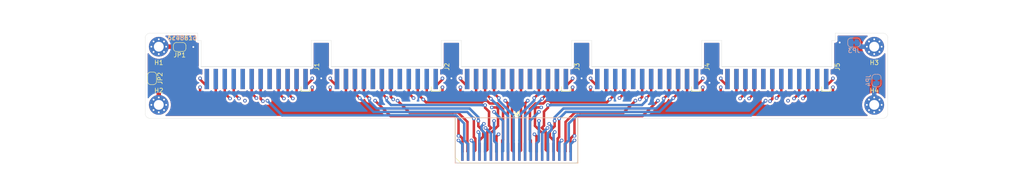
<source format=kicad_pcb>
(kicad_pcb (version 20171130) (host pcbnew 5.1.5)
  (layers (0 F.Cu signal) (1 In1.Cu signal) (2 In2.Cu signal) (31 B.Cu signal) (34 B.Paste user) (35 F.Paste user) (36 B.SilkS user) (37 F.SilkS user) (38 B.Mask user) (39 F.Mask user) (44 Edge.Cuts user))
  (net 0 "")
  (net 1 /A10)
  (net 2 /A9)
  (net 3 /A7)
  (net 4 /A6)
  (net 5 /A4)
  (net 6 /A3)
  (net 7 /A2)
  (net 8 /A1)
  (net 9 /B1)
  (net 10 /B2)
  (net 11 /B3)
  (net 12 /B4)
  (net 13 /B6)
  (net 14 /B7)
  (net 15 /B9)
  (net 16 /B10)
  (net 17 /C10)
  (net 18 /C9)
  (net 19 /C7)
  (net 20 /C6)
  (net 21 /C4)
  (net 22 /C3)
  (net 23 /C2)
  (net 24 /C1)
  (net 25 "Net-(H1-Pad1)")
  (net 26 "Net-(H2-Pad1)")
  (net 27 "Net-(H3-Pad1)")
  (net 28 "Net-(H4-Pad1)")
  (net 29 GND)
  (net 30 /E1)
  (net 31 /E2)
  (net 32 /E3)
  (net 33 /E4)
  (net 34 /E6)
  (net 35 /E7)
  (net 36 /E9)
  (net 37 /E10)
  (net 38 /D1)
  (net 39 /D2)
  (net 40 /D3)
  (net 41 /D4)
  (net 42 /D6)
  (net 43 /D7)
  (net 44 /D9)
  (net 45 /D10)
  (module custom:PinSocket_2x12_P2.00mm_Vertical_EDGE (layer F.Cu) (at -29 -21.53)
    (fp_text reference J2 (at 13.5 0 270) (layer F.SilkS))
    (fp_text value Conn_02x12_Counter_Clockwise hide)
    (fp_line (start 12.27 0) (end -12.27 0) (layer Edge.Cuts) (width 0.12))
    (pad 1 smd rect (at 11 2.75 270) (size 4.5 1) (layers F.Cu F.Paste F.Mask) (net 38 /D1))
    (pad 2 smd rect (at 11 2.75 90) (size 4.5 1) (layers B.Cu B.Paste B.Mask))
    (pad 3 smd rect (at 9 2.75 270) (size 4.5 1) (layers F.Cu F.Paste F.Mask) (net 39 /D2))
    (pad 4 smd rect (at 9 2.75 90) (size 4.5 1) (layers B.Cu B.Paste B.Mask))
    (pad 5 smd rect (at 7 2.75 270) (size 4.5 1) (layers F.Cu F.Paste F.Mask) (net 40 /D3))
    (pad 6 smd rect (at 7 2.75 90) (size 4.5 1) (layers B.Cu B.Paste B.Mask))
    (pad 7 smd rect (at 5 2.75 270) (size 4.5 1) (layers F.Cu F.Paste F.Mask) (net 41 /D4))
    (pad 8 smd rect (at 5 2.75 90) (size 4.5 1) (layers B.Cu B.Paste B.Mask))
    (pad 9 smd rect (at 3 2.75 270) (size 4.5 1) (layers F.Cu F.Paste F.Mask))
    (pad 10 smd rect (at 3 2.75 90) (size 4.5 1) (layers B.Cu B.Paste B.Mask))
    (pad 11 smd rect (at 1 2.75 270) (size 4.5 1) (layers F.Cu F.Paste F.Mask) (net 42 /D6))
    (pad 12 smd rect (at 1 2.75 90) (size 4.5 1) (layers B.Cu B.Paste B.Mask))
    (pad 13 smd rect (at -1 2.75 270) (size 4.5 1) (layers F.Cu F.Paste F.Mask) (net 43 /D7))
    (pad 14 smd rect (at -1 2.75 90) (size 4.5 1) (layers B.Cu B.Paste B.Mask))
    (pad 15 smd rect (at -3 2.75 270) (size 4.5 1) (layers F.Cu F.Paste F.Mask))
    (pad 16 smd rect (at -3 2.75 90) (size 4.5 1) (layers B.Cu B.Paste B.Mask))
    (pad 17 smd rect (at -5 2.75 270) (size 4.5 1) (layers F.Cu F.Paste F.Mask) (net 44 /D9))
    (pad 18 smd rect (at -5 2.75 90) (size 4.5 1) (layers B.Cu B.Paste B.Mask))
    (pad 19 smd rect (at -7 2.75 270) (size 4.5 1) (layers F.Cu F.Paste F.Mask) (net 45 /D10))
    (pad 20 smd rect (at -7 2.75 90) (size 4.5 1) (layers B.Cu B.Paste B.Mask))
    (pad 21 smd rect (at -9 2.75 270) (size 4.5 1) (layers F.Cu F.Paste F.Mask) (net 39 /D2))
    (pad 22 smd rect (at -9 2.75 90) (size 4.5 1) (layers B.Cu B.Paste B.Mask))
    (pad 23 smd rect (at -11 2.75 270) (size 4.5 1) (layers F.Cu F.Paste F.Mask) (net 38 /D1))
    (pad 24 smd rect (at -11 2.75 90) (size 4.5 1) (layers B.Cu B.Paste B.Mask))
  )
  (module custom:PinSocket_2x12_P2.00mm_Vertical_EDGE (layer F.Cu) (at -58 -21.53)
    (fp_text reference J1 (at 13.5 0 270) (layer F.SilkS))
    (fp_text value Conn_02x12_Counter_Clockwise hide)
    (fp_line (start 12.27 0) (end -12.27 0) (layer Edge.Cuts) (width 0.12))
    (pad 1 smd rect (at 11 2.75 270) (size 4.5 1) (layers F.Cu F.Paste F.Mask) (net 30 /E1))
    (pad 2 smd rect (at 11 2.75 90) (size 4.5 1) (layers B.Cu B.Paste B.Mask))
    (pad 3 smd rect (at 9 2.75 270) (size 4.5 1) (layers F.Cu F.Paste F.Mask) (net 31 /E2))
    (pad 4 smd rect (at 9 2.75 90) (size 4.5 1) (layers B.Cu B.Paste B.Mask))
    (pad 5 smd rect (at 7 2.75 270) (size 4.5 1) (layers F.Cu F.Paste F.Mask) (net 32 /E3))
    (pad 6 smd rect (at 7 2.75 90) (size 4.5 1) (layers B.Cu B.Paste B.Mask))
    (pad 7 smd rect (at 5 2.75 270) (size 4.5 1) (layers F.Cu F.Paste F.Mask) (net 33 /E4))
    (pad 8 smd rect (at 5 2.75 90) (size 4.5 1) (layers B.Cu B.Paste B.Mask))
    (pad 9 smd rect (at 3 2.75 270) (size 4.5 1) (layers F.Cu F.Paste F.Mask))
    (pad 10 smd rect (at 3 2.75 90) (size 4.5 1) (layers B.Cu B.Paste B.Mask))
    (pad 11 smd rect (at 1 2.75 270) (size 4.5 1) (layers F.Cu F.Paste F.Mask) (net 34 /E6))
    (pad 12 smd rect (at 1 2.75 90) (size 4.5 1) (layers B.Cu B.Paste B.Mask))
    (pad 13 smd rect (at -1 2.75 270) (size 4.5 1) (layers F.Cu F.Paste F.Mask) (net 35 /E7))
    (pad 14 smd rect (at -1 2.75 90) (size 4.5 1) (layers B.Cu B.Paste B.Mask))
    (pad 15 smd rect (at -3 2.75 270) (size 4.5 1) (layers F.Cu F.Paste F.Mask))
    (pad 16 smd rect (at -3 2.75 90) (size 4.5 1) (layers B.Cu B.Paste B.Mask))
    (pad 17 smd rect (at -5 2.75 270) (size 4.5 1) (layers F.Cu F.Paste F.Mask) (net 36 /E9))
    (pad 18 smd rect (at -5 2.75 90) (size 4.5 1) (layers B.Cu B.Paste B.Mask))
    (pad 19 smd rect (at -7 2.75 270) (size 4.5 1) (layers F.Cu F.Paste F.Mask) (net 37 /E10))
    (pad 20 smd rect (at -7 2.75 90) (size 4.5 1) (layers B.Cu B.Paste B.Mask))
    (pad 21 smd rect (at -9 2.75 270) (size 4.5 1) (layers F.Cu F.Paste F.Mask) (net 31 /E2))
    (pad 22 smd rect (at -9 2.75 90) (size 4.5 1) (layers B.Cu B.Paste B.Mask))
    (pad 23 smd rect (at -11 2.75 270) (size 4.5 1) (layers F.Cu F.Paste F.Mask) (net 30 /E1))
    (pad 24 smd rect (at -11 2.75 90) (size 4.5 1) (layers B.Cu B.Paste B.Mask))
  )
  (module custom:PinSocket_2x12_P2.00mm_Vertical_EDGE (layer F.Cu) (at 0 -21.53)
    (fp_text reference J3 (at 13.5 0 270) (layer F.SilkS))
    (fp_text value Conn_02x12_Counter_Clockwise hide)
    (fp_line (start 12.27 0) (end -12.27 0) (layer Edge.Cuts) (width 0.12))
    (pad 1 smd rect (at 11 2.75 270) (size 4.5 1) (layers F.Cu F.Paste F.Mask) (net 24 /C1))
    (pad 2 smd rect (at 11 2.75 90) (size 4.5 1) (layers B.Cu B.Paste B.Mask))
    (pad 3 smd rect (at 9 2.75 270) (size 4.5 1) (layers F.Cu F.Paste F.Mask) (net 23 /C2))
    (pad 4 smd rect (at 9 2.75 90) (size 4.5 1) (layers B.Cu B.Paste B.Mask))
    (pad 5 smd rect (at 7 2.75 270) (size 4.5 1) (layers F.Cu F.Paste F.Mask) (net 22 /C3))
    (pad 6 smd rect (at 7 2.75 90) (size 4.5 1) (layers B.Cu B.Paste B.Mask))
    (pad 7 smd rect (at 5 2.75 270) (size 4.5 1) (layers F.Cu F.Paste F.Mask) (net 21 /C4))
    (pad 8 smd rect (at 5 2.75 90) (size 4.5 1) (layers B.Cu B.Paste B.Mask))
    (pad 9 smd rect (at 3 2.75 270) (size 4.5 1) (layers F.Cu F.Paste F.Mask))
    (pad 10 smd rect (at 3 2.75 90) (size 4.5 1) (layers B.Cu B.Paste B.Mask))
    (pad 11 smd rect (at 1 2.75 270) (size 4.5 1) (layers F.Cu F.Paste F.Mask) (net 20 /C6))
    (pad 12 smd rect (at 1 2.75 90) (size 4.5 1) (layers B.Cu B.Paste B.Mask))
    (pad 13 smd rect (at -1 2.75 270) (size 4.5 1) (layers F.Cu F.Paste F.Mask) (net 19 /C7))
    (pad 14 smd rect (at -1 2.75 90) (size 4.5 1) (layers B.Cu B.Paste B.Mask))
    (pad 15 smd rect (at -3 2.75 270) (size 4.5 1) (layers F.Cu F.Paste F.Mask))
    (pad 16 smd rect (at -3 2.75 90) (size 4.5 1) (layers B.Cu B.Paste B.Mask))
    (pad 17 smd rect (at -5 2.75 270) (size 4.5 1) (layers F.Cu F.Paste F.Mask) (net 18 /C9))
    (pad 18 smd rect (at -5 2.75 90) (size 4.5 1) (layers B.Cu B.Paste B.Mask))
    (pad 19 smd rect (at -7 2.75 270) (size 4.5 1) (layers F.Cu F.Paste F.Mask) (net 17 /C10))
    (pad 20 smd rect (at -7 2.75 90) (size 4.5 1) (layers B.Cu B.Paste B.Mask))
    (pad 21 smd rect (at -9 2.75 270) (size 4.5 1) (layers F.Cu F.Paste F.Mask) (net 23 /C2))
    (pad 22 smd rect (at -9 2.75 90) (size 4.5 1) (layers B.Cu B.Paste B.Mask))
    (pad 23 smd rect (at -11 2.75 270) (size 4.5 1) (layers F.Cu F.Paste F.Mask) (net 24 /C1))
    (pad 24 smd rect (at -11 2.75 90) (size 4.5 1) (layers B.Cu B.Paste B.Mask))
  )
  (module custom:PinSocket_2x12_P2.00mm_Vertical_EDGE (layer F.Cu) (at 29 -21.53)
    (fp_text reference J4 (at 13.5 0 270) (layer F.SilkS))
    (fp_text value Conn_02x12_Counter_Clockwise)
    (fp_line (start 12.27 0) (end -12.27 0) (layer Edge.Cuts) (width 0.12))
    (pad 1 smd rect (at 11 2.75 270) (size 4.5 1) (layers F.Cu F.Paste F.Mask) (net 9 /B1))
    (pad 2 smd rect (at 11 2.75 90) (size 4.5 1) (layers B.Cu B.Paste B.Mask))
    (pad 3 smd rect (at 9 2.75 270) (size 4.5 1) (layers F.Cu F.Paste F.Mask) (net 10 /B2))
    (pad 4 smd rect (at 9 2.75 90) (size 4.5 1) (layers B.Cu B.Paste B.Mask))
    (pad 5 smd rect (at 7 2.75 270) (size 4.5 1) (layers F.Cu F.Paste F.Mask) (net 11 /B3))
    (pad 6 smd rect (at 7 2.75 90) (size 4.5 1) (layers B.Cu B.Paste B.Mask))
    (pad 7 smd rect (at 5 2.75 270) (size 4.5 1) (layers F.Cu F.Paste F.Mask) (net 12 /B4))
    (pad 8 smd rect (at 5 2.75 90) (size 4.5 1) (layers B.Cu B.Paste B.Mask))
    (pad 9 smd rect (at 3 2.75 270) (size 4.5 1) (layers F.Cu F.Paste F.Mask))
    (pad 10 smd rect (at 3 2.75 90) (size 4.5 1) (layers B.Cu B.Paste B.Mask))
    (pad 11 smd rect (at 1 2.75 270) (size 4.5 1) (layers F.Cu F.Paste F.Mask) (net 13 /B6))
    (pad 12 smd rect (at 1 2.75 90) (size 4.5 1) (layers B.Cu B.Paste B.Mask))
    (pad 13 smd rect (at -1 2.75 270) (size 4.5 1) (layers F.Cu F.Paste F.Mask) (net 14 /B7))
    (pad 14 smd rect (at -1 2.75 90) (size 4.5 1) (layers B.Cu B.Paste B.Mask))
    (pad 15 smd rect (at -3 2.75 270) (size 4.5 1) (layers F.Cu F.Paste F.Mask))
    (pad 16 smd rect (at -3 2.75 90) (size 4.5 1) (layers B.Cu B.Paste B.Mask))
    (pad 17 smd rect (at -5 2.75 270) (size 4.5 1) (layers F.Cu F.Paste F.Mask) (net 15 /B9))
    (pad 18 smd rect (at -5 2.75 90) (size 4.5 1) (layers B.Cu B.Paste B.Mask))
    (pad 19 smd rect (at -7 2.75 270) (size 4.5 1) (layers F.Cu F.Paste F.Mask) (net 16 /B10))
    (pad 20 smd rect (at -7 2.75 90) (size 4.5 1) (layers B.Cu B.Paste B.Mask))
    (pad 21 smd rect (at -9 2.75 270) (size 4.5 1) (layers F.Cu F.Paste F.Mask) (net 10 /B2))
    (pad 22 smd rect (at -9 2.75 90) (size 4.5 1) (layers B.Cu B.Paste B.Mask))
    (pad 23 smd rect (at -11 2.75 270) (size 4.5 1) (layers F.Cu F.Paste F.Mask) (net 9 /B1))
    (pad 24 smd rect (at -11 2.75 90) (size 4.5 1) (layers B.Cu B.Paste B.Mask))
  )
  (module custom:PinSocket_2x12_P2.00mm_Vertical_EDGE (layer F.Cu) (at 58 -21.53)
    (fp_text reference J5 (at 13.5 0 270) (layer F.SilkS))
    (fp_text value Conn_02x12_Counter_Clockwise)
    (fp_line (start 12.27 0) (end -12.27 0) (layer Edge.Cuts) (width 0.12))
    (pad 1 smd rect (at 11 2.75 270) (size 4.5 1) (layers F.Cu F.Paste F.Mask) (net 8 /A1))
    (pad 2 smd rect (at 11 2.75 90) (size 4.5 1) (layers B.Cu B.Paste B.Mask))
    (pad 3 smd rect (at 9 2.75 270) (size 4.5 1) (layers F.Cu F.Paste F.Mask) (net 7 /A2))
    (pad 4 smd rect (at 9 2.75 90) (size 4.5 1) (layers B.Cu B.Paste B.Mask))
    (pad 5 smd rect (at 7 2.75 270) (size 4.5 1) (layers F.Cu F.Paste F.Mask) (net 6 /A3))
    (pad 6 smd rect (at 7 2.75 90) (size 4.5 1) (layers B.Cu B.Paste B.Mask))
    (pad 7 smd rect (at 5 2.75 270) (size 4.5 1) (layers F.Cu F.Paste F.Mask) (net 5 /A4))
    (pad 8 smd rect (at 5 2.75 90) (size 4.5 1) (layers B.Cu B.Paste B.Mask))
    (pad 9 smd rect (at 3 2.75 270) (size 4.5 1) (layers F.Cu F.Paste F.Mask))
    (pad 10 smd rect (at 3 2.75 90) (size 4.5 1) (layers B.Cu B.Paste B.Mask))
    (pad 11 smd rect (at 1 2.75 270) (size 4.5 1) (layers F.Cu F.Paste F.Mask) (net 4 /A6))
    (pad 12 smd rect (at 1 2.75 90) (size 4.5 1) (layers B.Cu B.Paste B.Mask))
    (pad 13 smd rect (at -1 2.75 270) (size 4.5 1) (layers F.Cu F.Paste F.Mask) (net 3 /A7))
    (pad 14 smd rect (at -1 2.75 90) (size 4.5 1) (layers B.Cu B.Paste B.Mask))
    (pad 15 smd rect (at -3 2.75 270) (size 4.5 1) (layers F.Cu F.Paste F.Mask))
    (pad 16 smd rect (at -3 2.75 90) (size 4.5 1) (layers B.Cu B.Paste B.Mask))
    (pad 17 smd rect (at -5 2.75 270) (size 4.5 1) (layers F.Cu F.Paste F.Mask) (net 2 /A9))
    (pad 18 smd rect (at -5 2.75 90) (size 4.5 1) (layers B.Cu B.Paste B.Mask))
    (pad 19 smd rect (at -7 2.75 270) (size 4.5 1) (layers F.Cu F.Paste F.Mask) (net 1 /A10))
    (pad 20 smd rect (at -7 2.75 90) (size 4.5 1) (layers B.Cu B.Paste B.Mask))
    (pad 21 smd rect (at -9 2.75 270) (size 4.5 1) (layers F.Cu F.Paste F.Mask) (net 7 /A2))
    (pad 22 smd rect (at -9 2.75 90) (size 4.5 1) (layers B.Cu B.Paste B.Mask))
    (pad 23 smd rect (at -11 2.75 270) (size 4.5 1) (layers F.Cu F.Paste F.Mask) (net 8 /A1))
    (pad 24 smd rect (at -11 2.75 90) (size 4.5 1) (layers B.Cu B.Paste B.Mask))
  )
  (module MountingHole:MountingHole_2.2mm_M2_Pad_Via (layer F.Cu) (at -79.7 -26)
    (fp_text reference H1 (at 0 3.57) (layer F.SilkS))
    (fp_text value MountingHole)
    (pad 1 thru_hole circle (at 0 0) (size 4.4 4.4) (drill 2.2) (layers *.Cu *.Mask) (net 25 "Net-(H1-Pad1)"))
    (pad 1 thru_hole circle (at 1.65 0) (size 0.7 0.7) (drill 0.4) (layers *.Cu *.Mask) (net 25 "Net-(H1-Pad1)"))
    (pad 1 thru_hole circle (at 1.166726 1.166726) (size 0.7 0.7) (drill 0.4) (layers *.Cu *.Mask) (net 25 "Net-(H1-Pad1)"))
    (pad 1 thru_hole circle (at 0 1.65) (size 0.7 0.7) (drill 0.4) (layers *.Cu *.Mask) (net 25 "Net-(H1-Pad1)"))
    (pad 1 thru_hole circle (at -1.166726 1.166726) (size 0.7 0.7) (drill 0.4) (layers *.Cu *.Mask) (net 25 "Net-(H1-Pad1)"))
    (pad 1 thru_hole circle (at -1.65 0) (size 0.7 0.7) (drill 0.4) (layers *.Cu *.Mask) (net 25 "Net-(H1-Pad1)"))
    (pad 1 thru_hole circle (at -1.166726 -1.166726) (size 0.7 0.7) (drill 0.4) (layers *.Cu *.Mask) (net 25 "Net-(H1-Pad1)"))
    (pad 1 thru_hole circle (at 0 -1.65) (size 0.7 0.7) (drill 0.4) (layers *.Cu *.Mask) (net 25 "Net-(H1-Pad1)"))
    (pad 1 thru_hole circle (at 1.166726 -1.166726) (size 0.7 0.7) (drill 0.4) (layers *.Cu *.Mask) (net 25 "Net-(H1-Pad1)"))
  )
  (module MountingHole:MountingHole_2.2mm_M2_Pad_Via (layer F.Cu) (at -79.7 -13)
    (fp_text reference H2 (at 0 -3.2) (layer F.SilkS))
    (fp_text value MountingHole)
    (pad 1 thru_hole circle (at 1.166726 -1.166726) (size 0.7 0.7) (drill 0.4) (layers *.Cu *.Mask) (net 26 "Net-(H2-Pad1)"))
    (pad 1 thru_hole circle (at 0 -1.65) (size 0.7 0.7) (drill 0.4) (layers *.Cu *.Mask) (net 26 "Net-(H2-Pad1)"))
    (pad 1 thru_hole circle (at -1.166726 -1.166726) (size 0.7 0.7) (drill 0.4) (layers *.Cu *.Mask) (net 26 "Net-(H2-Pad1)"))
    (pad 1 thru_hole circle (at -1.65 0) (size 0.7 0.7) (drill 0.4) (layers *.Cu *.Mask) (net 26 "Net-(H2-Pad1)"))
    (pad 1 thru_hole circle (at -1.166726 1.166726) (size 0.7 0.7) (drill 0.4) (layers *.Cu *.Mask) (net 26 "Net-(H2-Pad1)"))
    (pad 1 thru_hole circle (at 0 1.65) (size 0.7 0.7) (drill 0.4) (layers *.Cu *.Mask) (net 26 "Net-(H2-Pad1)"))
    (pad 1 thru_hole circle (at 1.166726 1.166726) (size 0.7 0.7) (drill 0.4) (layers *.Cu *.Mask) (net 26 "Net-(H2-Pad1)"))
    (pad 1 thru_hole circle (at 1.65 0) (size 0.7 0.7) (drill 0.4) (layers *.Cu *.Mask) (net 26 "Net-(H2-Pad1)"))
    (pad 1 thru_hole circle (at 0 0) (size 4.4 4.4) (drill 2.2) (layers *.Cu *.Mask) (net 26 "Net-(H2-Pad1)"))
  )
  (module MountingHole:MountingHole_2.2mm_M2_Pad_Via (layer F.Cu) (at 79.7 -26)
    (fp_text reference H3 (at 0 3.57) (layer F.SilkS))
    (fp_text value MountingHole)
    (pad 1 thru_hole circle (at 0 0) (size 4.4 4.4) (drill 2.2) (layers *.Cu *.Mask) (net 27 "Net-(H3-Pad1)"))
    (pad 1 thru_hole circle (at 1.65 0) (size 0.7 0.7) (drill 0.4) (layers *.Cu *.Mask) (net 27 "Net-(H3-Pad1)"))
    (pad 1 thru_hole circle (at 1.166726 1.166726) (size 0.7 0.7) (drill 0.4) (layers *.Cu *.Mask) (net 27 "Net-(H3-Pad1)"))
    (pad 1 thru_hole circle (at 0 1.65) (size 0.7 0.7) (drill 0.4) (layers *.Cu *.Mask) (net 27 "Net-(H3-Pad1)"))
    (pad 1 thru_hole circle (at -1.166726 1.166726) (size 0.7 0.7) (drill 0.4) (layers *.Cu *.Mask) (net 27 "Net-(H3-Pad1)"))
    (pad 1 thru_hole circle (at -1.65 0) (size 0.7 0.7) (drill 0.4) (layers *.Cu *.Mask) (net 27 "Net-(H3-Pad1)"))
    (pad 1 thru_hole circle (at -1.166726 -1.166726) (size 0.7 0.7) (drill 0.4) (layers *.Cu *.Mask) (net 27 "Net-(H3-Pad1)"))
    (pad 1 thru_hole circle (at 0 -1.65) (size 0.7 0.7) (drill 0.4) (layers *.Cu *.Mask) (net 27 "Net-(H3-Pad1)"))
    (pad 1 thru_hole circle (at 1.166726 -1.166726) (size 0.7 0.7) (drill 0.4) (layers *.Cu *.Mask) (net 27 "Net-(H3-Pad1)"))
  )
  (module MountingHole:MountingHole_2.2mm_M2_Pad_Via (layer F.Cu) (at 79.7 -13)
    (fp_text reference H4 (at 0 -3.2) (layer F.SilkS))
    (fp_text value MountingHole)
    (pad 1 thru_hole circle (at 1.166726 -1.166726) (size 0.7 0.7) (drill 0.4) (layers *.Cu *.Mask) (net 28 "Net-(H4-Pad1)"))
    (pad 1 thru_hole circle (at 0 -1.65) (size 0.7 0.7) (drill 0.4) (layers *.Cu *.Mask) (net 28 "Net-(H4-Pad1)"))
    (pad 1 thru_hole circle (at -1.166726 -1.166726) (size 0.7 0.7) (drill 0.4) (layers *.Cu *.Mask) (net 28 "Net-(H4-Pad1)"))
    (pad 1 thru_hole circle (at -1.65 0) (size 0.7 0.7) (drill 0.4) (layers *.Cu *.Mask) (net 28 "Net-(H4-Pad1)"))
    (pad 1 thru_hole circle (at -1.166726 1.166726) (size 0.7 0.7) (drill 0.4) (layers *.Cu *.Mask) (net 28 "Net-(H4-Pad1)"))
    (pad 1 thru_hole circle (at 0 1.65) (size 0.7 0.7) (drill 0.4) (layers *.Cu *.Mask) (net 28 "Net-(H4-Pad1)"))
    (pad 1 thru_hole circle (at 1.166726 1.166726) (size 0.7 0.7) (drill 0.4) (layers *.Cu *.Mask) (net 28 "Net-(H4-Pad1)"))
    (pad 1 thru_hole circle (at 1.65 0) (size 0.7 0.7) (drill 0.4) (layers *.Cu *.Mask) (net 28 "Net-(H4-Pad1)"))
    (pad 1 thru_hole circle (at 0 0) (size 4.4 4.4) (drill 2.2) (layers *.Cu *.Mask) (net 28 "Net-(H4-Pad1)"))
  )
  (module Jumper:SolderJumper-2_P1.3mm_Bridged_RoundedPad1.0x1.5mm (layer F.Cu) (at -75.05 -25.93 180)
    (fp_text reference JP1 (at 0 -1.8) (layer F.SilkS))
    (fp_text value Jumper_NC_Small hide)
    (fp_poly (pts (xy 0.25 -0.3) (xy -0.25 -0.3) (xy -0.25 0.3) (xy 0.25 0.3)) (layer F.Cu) (width 0))
    (pad 2 smd custom (at 0.65 0 180) (size 1 0.5) (layers F.Cu F.Mask) (net 25 "Net-(H1-Pad1)") (options (clearance outline) (anchor rect)) (primitives (gr_circle (center 0 0.25) (end 0.5 0.25) (width 0)) (gr_circle (center 0 -0.25) (end 0.5 -0.25) (width 0)) (gr_poly (pts (xy 0 -0.75) (xy -0.5 -0.75) (xy -0.5 0.75) (xy 0 0.75)) (width 0))))
    (pad 1 smd custom (at -0.65 0 180) (size 1 0.5) (layers F.Cu F.Mask) (net 29 GND) (options (clearance outline) (anchor rect)) (primitives (gr_circle (center 0 0.25) (end 0.5 0.25) (width 0)) (gr_circle (center 0 -0.25) (end 0.5 -0.25) (width 0)) (gr_poly (pts (xy 0 -0.75) (xy 0.5 -0.75) (xy 0.5 0.75) (xy 0 0.75)) (width 0))))
  )
  (module Jumper:SolderJumper-2_P1.3mm_Bridged_RoundedPad1.0x1.5mm (layer F.Cu) (at -81.2 -18.93 270)
    (fp_text reference JP2 (at 0 -1.8 90) (layer F.SilkS))
    (fp_text value Jumper_NC_Small hide)
    (fp_poly (pts (xy 0.25 -0.3) (xy -0.25 -0.3) (xy -0.25 0.3) (xy 0.25 0.3)) (layer F.Cu) (width 0))
    (pad 1 smd custom (at -0.65 0 270) (size 1 0.5) (layers F.Cu F.Mask) (net 29 GND) (options (clearance outline) (anchor rect)) (primitives (gr_circle (center 0 0.25) (end 0.5 0.25) (width 0)) (gr_circle (center 0 -0.25) (end 0.5 -0.25) (width 0)) (gr_poly (pts (xy 0 -0.75) (xy 0.5 -0.75) (xy 0.5 0.75) (xy 0 0.75)) (width 0))))
    (pad 2 smd custom (at 0.65 0 270) (size 1 0.5) (layers F.Cu F.Mask) (net 26 "Net-(H2-Pad1)") (options (clearance outline) (anchor rect)) (primitives (gr_circle (center 0 0.25) (end 0.5 0.25) (width 0)) (gr_circle (center 0 -0.25) (end 0.5 -0.25) (width 0)) (gr_poly (pts (xy 0 -0.75) (xy -0.5 -0.75) (xy -0.5 0.75) (xy 0 0.75)) (width 0))))
  )
  (module Jumper:SolderJumper-2_P1.3mm_Bridged_RoundedPad1.0x1.5mm (layer B.Cu) (at 75.2 -26.93)
    (fp_text reference JP3 (at 0 1.8) (layer B.SilkS) (effects (justify mirror)))
    (fp_text value Jumper_NC_Small hide)
    (fp_poly (pts (xy 0.25 0.3) (xy -0.25 0.3) (xy -0.25 -0.3) (xy 0.25 -0.3)) (layer B.Cu) (width 0))
    (pad 2 smd custom (at 0.65 0) (size 1 0.5) (layers B.Cu B.Mask) (net 27 "Net-(H3-Pad1)") (options (clearance outline) (anchor rect)) (primitives (gr_circle (center 0 -0.25) (end 0.5 -0.25) (width 0)) (gr_circle (center 0 0.25) (end 0.5 0.25) (width 0)) (gr_poly (pts (xy 0 0.75) (xy -0.5 0.75) (xy -0.5 -0.75) (xy 0 -0.75)) (width 0))))
    (pad 1 smd custom (at -0.65 0) (size 1 0.5) (layers B.Cu B.Mask) (net 29 GND) (options (clearance outline) (anchor rect)) (primitives (gr_circle (center 0 -0.25) (end 0.5 -0.25) (width 0)) (gr_circle (center 0 0.25) (end 0.5 0.25) (width 0)) (gr_poly (pts (xy 0 0.75) (xy 0.5 0.75) (xy 0.5 -0.75) (xy 0 -0.75)) (width 0))))
  )
  (module Jumper:SolderJumper-2_P1.3mm_Bridged_RoundedPad1.0x1.5mm (layer B.Cu) (at 80.2 -18.43 270)
    (fp_text reference JP4 (at 0 1.8 270) (layer B.SilkS) (effects (justify mirror)))
    (fp_text value Jumper_NC_Small hide)
    (fp_poly (pts (xy 0.25 0.3) (xy -0.25 0.3) (xy -0.25 -0.3) (xy 0.25 -0.3)) (layer B.Cu) (width 0))
    (pad 1 smd custom (at -0.65 0 270) (size 1 0.5) (layers B.Cu B.Mask) (net 29 GND) (options (clearance outline) (anchor rect)) (primitives (gr_circle (center 0 -0.25) (end 0.5 -0.25) (width 0)) (gr_circle (center 0 0.25) (end 0.5 0.25) (width 0)) (gr_poly (pts (xy 0 0.75) (xy 0.5 0.75) (xy 0.5 -0.75) (xy 0 -0.75)) (width 0))))
    (pad 2 smd custom (at 0.65 0 270) (size 1 0.5) (layers B.Cu B.Mask) (net 28 "Net-(H4-Pad1)") (options (clearance outline) (anchor rect)) (primitives (gr_circle (center 0 -0.25) (end 0.5 -0.25) (width 0)) (gr_circle (center 0 0.25) (end 0.5 0.25) (width 0)) (gr_poly (pts (xy 0 0.75) (xy -0.5 0.75) (xy -0.5 -0.75) (xy 0 -0.75)) (width 0))))
  )
  (module custom:Samtec_MECF-20-0_-NP-L-DV_2x20_P1.27mm_Edge_mod (layer F.Cu) (at 0 -5)
    (fp_text reference J6 (at 0 -5.95) (layer F.SilkS))
    (fp_text value Conn_02x20_Odd_Even)
    (fp_line (start -13.075 5) (end 13.075 5) (layer Edge.Cuts) (width 0.12))
    (fp_line (start 13.575 4.5) (end 13.575 -5) (layer Edge.Cuts) (width 0.12))
    (fp_line (start -13.575 4.5) (end -13.575 -5) (layer Edge.Cuts) (width 0.12))
    (fp_arc (start -13.075 4.5) (end -13.575 4.5) (angle -90) (layer Edge.Cuts) (width 0.12))
    (fp_arc (start 13.075 4.5) (end 13.075 5) (angle -90) (layer Edge.Cuts) (width 0.12))
    (pad 40 connect rect (at 12.075 2.5) (size 0.56 4) (layers B.Cu B.Mask) (net 8 /A1))
    (pad 39 connect rect (at 12.075 2.5) (size 0.56 4) (layers F.Cu F.Mask) (net 9 /B1))
    (pad 38 connect rect (at 10.805 2.5) (size 0.56 4) (layers B.Cu B.Mask) (net 7 /A2))
    (pad 37 connect rect (at 10.805 2.5) (size 0.56 4) (layers F.Cu F.Mask) (net 10 /B2))
    (pad 36 connect rect (at 9.535 2.5) (size 0.56 4) (layers B.Cu B.Mask) (net 6 /A3))
    (pad 35 connect rect (at 9.535 2.5) (size 0.56 4) (layers F.Cu F.Mask) (net 11 /B3))
    (pad 34 connect rect (at 8.265 2.5) (size 0.56 4) (layers B.Cu B.Mask) (net 5 /A4))
    (pad 33 connect rect (at 8.265 2.5) (size 0.56 4) (layers F.Cu F.Mask) (net 12 /B4))
    (pad 32 connect rect (at 6.995 2.5) (size 0.56 4) (layers B.Cu B.Mask) (net 4 /A6))
    (pad 31 connect rect (at 6.995 2.5) (size 0.56 4) (layers F.Cu F.Mask) (net 13 /B6))
    (pad 30 connect rect (at 5.725 2.5) (size 0.56 4) (layers B.Cu B.Mask) (net 3 /A7))
    (pad 29 connect rect (at 5.725 2.5) (size 0.56 4) (layers F.Cu F.Mask) (net 14 /B7))
    (pad 28 connect rect (at 4.455 2.5) (size 0.56 4) (layers B.Cu B.Mask) (net 2 /A9))
    (pad 27 connect rect (at 4.455 2.5) (size 0.56 4) (layers F.Cu F.Mask) (net 15 /B9))
    (pad 26 connect rect (at 3.185 2.5) (size 0.56 4) (layers B.Cu B.Mask) (net 1 /A10))
    (pad 25 connect rect (at 3.185 2.5) (size 0.56 4) (layers F.Cu F.Mask) (net 16 /B10))
    (pad 24 connect rect (at 1.915 2.5) (size 0.56 4) (layers B.Cu B.Mask) (net 22 /C3))
    (pad 23 connect rect (at 1.915 2.5) (size 0.56 4) (layers F.Cu F.Mask) (net 24 /C1))
    (pad 22 connect rect (at 0.645 2.5) (size 0.56 4) (layers B.Cu B.Mask) (net 21 /C4))
    (pad 21 connect rect (at 0.645 2.5) (size 0.56 4) (layers F.Cu F.Mask) (net 20 /C6))
    (pad 20 connect rect (at -0.625 2.5) (size 0.56 4) (layers B.Cu B.Mask) (net 18 /C9))
    (pad 19 connect rect (at -0.625 2.5) (size 0.56 4) (layers F.Cu F.Mask) (net 19 /C7))
    (pad 18 connect rect (at -1.895 2.5) (size 0.56 4) (layers B.Cu B.Mask) (net 17 /C10))
    (pad 17 connect rect (at -1.895 2.5) (size 0.56 4) (layers F.Cu F.Mask) (net 23 /C2))
    (pad 16 connect rect (at -3.165 2.5) (size 0.56 4) (layers B.Cu B.Mask) (net 32 /E3))
    (pad 15 connect rect (at -3.165 2.5) (size 0.56 4) (layers F.Cu F.Mask) (net 40 /D3))
    (pad 14 connect rect (at -4.435 2.5) (size 0.56 4) (layers B.Cu B.Mask) (net 33 /E4))
    (pad 13 connect rect (at -4.435 2.5) (size 0.56 4) (layers F.Cu F.Mask) (net 41 /D4))
    (pad 12 connect rect (at -5.705 2.5) (size 0.56 4) (layers B.Cu B.Mask) (net 34 /E6))
    (pad 11 connect rect (at -5.705 2.5) (size 0.56 4) (layers F.Cu F.Mask) (net 42 /D6))
    (pad 10 connect rect (at -6.975 2.5) (size 0.56 4) (layers B.Cu B.Mask) (net 35 /E7))
    (pad 9 connect rect (at -6.975 2.5) (size 0.56 4) (layers F.Cu F.Mask) (net 43 /D7))
    (pad 8 connect rect (at -8.245 2.5) (size 0.56 4) (layers B.Cu B.Mask) (net 36 /E9))
    (pad 7 connect rect (at -8.245 2.5) (size 0.56 4) (layers F.Cu F.Mask) (net 44 /D9))
    (pad 6 connect rect (at -9.515 2.5) (size 0.56 4) (layers B.Cu B.Mask) (net 37 /E10))
    (pad 5 connect rect (at -9.515 2.5) (size 0.56 4) (layers F.Cu F.Mask) (net 45 /D10))
    (pad 4 connect rect (at -10.785 2.5) (size 0.56 4) (layers B.Cu B.Mask) (net 31 /E2))
    (pad 3 connect rect (at -10.785 2.5) (size 0.56 4) (layers F.Cu F.Mask) (net 39 /D2))
    (pad 2 connect rect (at -12.055 2.5) (size 0.56 4) (layers B.Cu B.Mask) (net 30 /E1))
    (pad 1 connect rect (at -12.055 2.5) (size 0.56 4) (layers F.Cu F.Mask) (net 38 /D1))
  )
  (gr_line (start 71 -27.4) (end 71 -29) (layer Edge.Cuts) (width 0.05))
  (gr_line (start -71 -29) (end -71 -27.4) (layer Edge.Cuts) (width 0.05))
  (gr_line (start 70.27 -27.4) (end 71 -27.4) (layer Edge.Cuts) (width 0.05))
  (gr_line (start -70.27 -27.4) (end -71 -27.4) (layer Edge.Cuts) (width 0.05))
  (gr_line (start -81.7 -10) (end -13.575 -10) (layer Edge.Cuts) (width 0.05))
  (gr_line (start -71 -29) (end -81.7 -29) (layer Edge.Cuts) (width 0.05))
  (gr_line (start 81.7 -10) (end 13.575 -10) (layer Edge.Cuts) (width 0.05))
  (gr_line (start 71 -29) (end 81.7 -29) (layer Edge.Cuts) (width 0.05))
  (gr_line (start -45.73 -27.4) (end -41.27 -27.4) (layer Edge.Cuts) (width 0.05))
  (gr_line (start -70.27 -21.53) (end -70.27 -27.4) (layer Edge.Cuts) (width 0.05))
  (gr_line (start -45.73 -21.53) (end -45.73 -27.4) (layer Edge.Cuts) (width 0.05))
  (gr_line (start 45.73 -21.53) (end 45.73 -27.4) (layer Edge.Cuts) (width 0.05))
  (gr_line (start 41.27 -27.4) (end 45.73 -27.4) (layer Edge.Cuts) (width 0.05))
  (gr_line (start 70.27 -21.53) (end 70.27 -27.4) (layer Edge.Cuts) (width 0.05))
  (gr_line (start 16.73 -21.53) (end 16.73 -27.4) (layer Edge.Cuts) (width 0.05))
  (gr_line (start 12.27 -27.4) (end 16.73 -27.4) (layer Edge.Cuts) (width 0.05))
  (gr_line (start 41.27 -21.53) (end 41.27 -27.4) (layer Edge.Cuts) (width 0.05))
  (gr_line (start -41.27 -21.53) (end -41.27 -27.4) (layer Edge.Cuts) (width 0.05))
  (gr_line (start -16.73 -21.53) (end -16.73 -27.4) (layer Edge.Cuts) (width 0.05))
  (gr_text 6c4861d (at -74.5 -28) (layer B.SilkS) (effects (font (size 1 1)) (justify mirror)))
  (gr_text 6c4861d (at -74.5 -27.93) (layer F.SilkS) (effects (font (size 1 1))))
  (gr_arc (start 81.7 -11) (end 81.7 -10) (angle -90) (layer Edge.Cuts) (width 0.05))
  (gr_line (start 82.7 -11) (end 82.7 -28) (layer Edge.Cuts) (width 0.05))
  (gr_line (start 12.27 -21.53) (end 12.27 -27.4) (layer Edge.Cuts) (width 0.05))
  (gr_line (start -16.73 -27.4) (end -12.27 -27.4) (layer Edge.Cuts) (width 0.05))
  (gr_line (start -12.27 -21.53) (end -12.27 -27.4) (layer Edge.Cuts) (width 0.05))
  (gr_arc (start 81.7 -28) (end 82.7 -28) (angle -90) (layer Edge.Cuts) (width 0.05))
  (gr_arc (start -81.7 -28) (end -81.7 -29) (angle -90) (layer Edge.Cuts) (width 0.05))
  (gr_line (start -82.7 -11) (end -82.7 -28) (layer Edge.Cuts) (width 0.05))
  (gr_arc (start -81.7 -11) (end -82.7 -11) (angle -90) (layer Edge.Cuts) (width 0.05))
  (via (at 49.826948 -14.426902) (size 0.8) (drill 0.4) (layers F.Cu B.Cu) (net 1))
  (segment (start 51 -17.18) (end 51 -15.599954) (width 0.56) (layer F.Cu) (net 1))
  (segment (start 51 -15.599954) (end 49.826948 -14.426902) (width 0.56) (layer F.Cu) (net 1))
  (via (at 5 -11.43) (size 0.8) (drill 0.4) (layers F.Cu B.Cu) (net 1))
  (segment (start 5 -11.43) (end 3 -9.43) (width 0.56) (layer B.Cu) (net 1))
  (segment (start 3 -2.685) (end 3.185 -2.5) (width 0.56) (layer B.Cu) (net 1))
  (segment (start 3 -9.43) (end 3 -2.685) (width 0.56) (layer B.Cu) (net 1))
  (segment (start 53 -17.18) (end 53 -15.599954) (width 0.56) (layer F.Cu) (net 2))
  (via (at 51.826948 -14.426902) (size 0.8) (drill 0.4) (layers F.Cu B.Cu) (net 2))
  (segment (start 53 -15.599954) (end 51.826948 -14.426902) (width 0.56) (layer F.Cu) (net 2))
  (via (at 5 -9.43) (size 0.8) (drill 0.4) (layers F.Cu B.Cu) (net 2))
  (segment (start 4.5 -2.545) (end 4.455 -2.5) (width 0.56) (layer B.Cu) (net 2))
  (segment (start 4.5 -4.43) (end 4.5 -2.545) (width 0.56) (layer B.Cu) (net 2))
  (segment (start 5 -7.004806) (end 4.96499 -6.969796) (width 0.56) (layer B.Cu) (net 2))
  (segment (start 5 -9.43) (end 5 -7.004806) (width 0.56) (layer B.Cu) (net 2))
  (segment (start 4.96499 -6.969796) (end 4.96499 -4.89499) (width 0.56) (layer B.Cu) (net 2))
  (segment (start 4.96499 -4.89499) (end 4.5 -4.43) (width 0.56) (layer B.Cu) (net 2))
  (via (at 56.495575 -13.836012) (size 0.8) (drill 0.4) (layers F.Cu B.Cu) (net 3))
  (segment (start 57 -17.18) (end 57 -14.340437) (width 0.56) (layer F.Cu) (net 3))
  (segment (start 57 -14.340437) (end 56.495575 -13.836012) (width 0.56) (layer F.Cu) (net 3))
  (via (at 6.909675 -7.839665) (size 0.8) (drill 0.4) (layers F.Cu B.Cu) (net 3))
  (segment (start 5.725 -2.5) (end 5.725 -6.65499) (width 0.56) (layer B.Cu) (net 3))
  (segment (start 5.725 -6.65499) (end 6.909675 -7.839665) (width 0.56) (layer B.Cu) (net 3))
  (via (at 57.939806 -14.521866) (size 0.8) (drill 0.4) (layers F.Cu B.Cu) (net 4))
  (segment (start 59 -17.18) (end 59 -15.58206) (width 0.56) (layer F.Cu) (net 4))
  (segment (start 59 -15.58206) (end 57.939806 -14.521866) (width 0.56) (layer F.Cu) (net 4))
  (segment (start 6.995 -2.5) (end 6.995 -6.622588) (width 0.56) (layer B.Cu) (net 4))
  (via (at 7.280494 -8.768372) (size 0.8) (drill 0.4) (layers F.Cu B.Cu) (net 4))
  (segment (start 7.789676 -7.417264) (end 7.789676 -8.25919) (width 0.56) (layer B.Cu) (net 4))
  (segment (start 7.680493 -8.368373) (end 7.280494 -8.768372) (width 0.56) (layer B.Cu) (net 4))
  (segment (start 7.789676 -8.25919) (end 7.680493 -8.368373) (width 0.56) (layer B.Cu) (net 4))
  (segment (start 6.995 -6.622588) (end 7.789676 -7.417264) (width 0.56) (layer B.Cu) (net 4))
  (via (at 61.826948 -14.426902) (size 0.8) (drill 0.4) (layers F.Cu B.Cu) (net 5))
  (segment (start 63 -17.18) (end 63 -15.599954) (width 0.56) (layer F.Cu) (net 5))
  (segment (start 63 -15.599954) (end 61.826948 -14.426902) (width 0.56) (layer F.Cu) (net 5))
  (via (at 8.515358 -6.919465) (size 0.8) (drill 0.4) (layers F.Cu B.Cu) (net 5))
  (segment (start 8.265 -2.5) (end 8.265 -6.669107) (width 0.56) (layer B.Cu) (net 5))
  (segment (start 8.265 -6.669107) (end 8.515358 -6.919465) (width 0.56) (layer B.Cu) (net 5))
  (segment (start 65 -17.18) (end 65 -15.599954) (width 0.56) (layer F.Cu) (net 6))
  (via (at 63.826948 -14.426902) (size 0.8) (drill 0.4) (layers F.Cu B.Cu) (net 6))
  (segment (start 65 -15.599954) (end 63.826948 -14.426902) (width 0.56) (layer F.Cu) (net 6))
  (via (at 10.052125 -5.051157) (size 0.8) (drill 0.4) (layers F.Cu B.Cu) (net 6))
  (segment (start 9.535 -4.534032) (end 9.535 -2.5) (width 0.56) (layer B.Cu) (net 6))
  (segment (start 10.052125 -5.051157) (end 9.535 -4.534032) (width 0.56) (layer B.Cu) (net 6))
  (segment (start 46.115999 -14.449999) (end 47.884001 -14.449999) (width 0.56) (layer F.Cu) (net 7))
  (segment (start 45.5 -16.93) (end 45.5 -15.065998) (width 0.56) (layer F.Cu) (net 7))
  (via (at 70.5 -16.93) (size 0.8) (drill 0.4) (layers F.Cu B.Cu) (net 7))
  (segment (start 67 -15.43) (end 67 -17.18) (width 0.56) (layer F.Cu) (net 7))
  (segment (start 47.884001 -14.449999) (end 49 -15.565998) (width 0.56) (layer F.Cu) (net 7))
  (via (at 55.5 -13.93) (size 0.8) (drill 0.4) (layers F.Cu B.Cu) (net 7))
  (segment (start 69.804002 -14.37) (end 68.06 -14.37) (width 0.56) (layer F.Cu) (net 7))
  (segment (start 70.5 -15.065998) (end 69.804002 -14.37) (width 0.56) (layer F.Cu) (net 7))
  (segment (start 49 -15.565998) (end 49 -17.18) (width 0.56) (layer F.Cu) (net 7))
  (via (at 45.5 -16.93) (size 0.8) (drill 0.4) (layers F.Cu B.Cu) (net 7))
  (segment (start 45.5 -15.065998) (end 46.115999 -14.449999) (width 0.56) (layer F.Cu) (net 7))
  (segment (start 70.5 -16.93) (end 70.5 -15.065998) (width 0.56) (layer F.Cu) (net 7))
  (segment (start 68.06 -14.37) (end 67 -15.43) (width 0.56) (layer F.Cu) (net 7))
  (segment (start 11.645 -8.833689) (end 11.645 -5.06) (width 0.56) (layer B.Cu) (net 7))
  (segment (start 10.805 -4.22) (end 10.805 -2.5) (width 0.56) (layer B.Cu) (net 7))
  (segment (start 13.481301 -10.66999) (end 11.645 -8.833689) (width 0.56) (layer B.Cu) (net 7))
  (segment (start 11.645 -5.06) (end 10.805 -4.22) (width 0.56) (layer B.Cu) (net 7))
  (segment (start 52.23999 -10.66999) (end 13.481301 -10.66999) (width 0.56) (layer B.Cu) (net 7))
  (segment (start 55.5 -13.93) (end 52.23999 -10.66999) (width 0.56) (layer B.Cu) (net 7))
  (via (at 45.5 -18.93) (size 0.8) (drill 0.4) (layers F.Cu B.Cu) (net 8))
  (segment (start 70.5 -18.68) (end 69 -17.18) (width 0.56) (layer F.Cu) (net 8))
  (via (at 70.5 -18.93) (size 0.8) (drill 0.4) (layers F.Cu B.Cu) (net 8))
  (via (at 60.5 -13.93) (size 0.8) (drill 0.4) (layers F.Cu B.Cu) (net 8))
  (segment (start 45.5 -18.93) (end 45.5 -18.68) (width 0.56) (layer F.Cu) (net 8))
  (segment (start 45.5 -18.68) (end 47 -17.18) (width 0.56) (layer F.Cu) (net 8))
  (segment (start 70.5 -18.93) (end 70.5 -18.68) (width 0.56) (layer F.Cu) (net 8))
  (via (at 12.915 -5.073582) (size 0.8) (drill 0.4) (layers F.Cu B.Cu) (net 8))
  (segment (start 12.075 -2.5) (end 12.075 -4.233582) (width 0.56) (layer B.Cu) (net 8))
  (segment (start 12.075 -4.233582) (end 12.915 -5.073582) (width 0.56) (layer B.Cu) (net 8))
  (via (at 16.5 -18.93) (size 0.8) (drill 0.4) (layers F.Cu B.Cu) (net 9))
  (segment (start 41.5 -18.68) (end 40 -17.18) (width 0.56) (layer F.Cu) (net 9))
  (via (at 41.5 -18.93) (size 0.8) (drill 0.4) (layers F.Cu B.Cu) (net 9))
  (via (at 31.5 -13.93) (size 0.8) (drill 0.4) (layers F.Cu B.Cu) (net 9))
  (segment (start 16.5 -18.93) (end 16.5 -18.68) (width 0.56) (layer F.Cu) (net 9))
  (segment (start 16.5 -18.68) (end 18 -17.18) (width 0.56) (layer F.Cu) (net 9))
  (segment (start 41.5 -18.93) (end 41.5 -18.68) (width 0.56) (layer F.Cu) (net 9))
  (via (at 12.915 -6.073585) (size 0.8) (drill 0.4) (layers F.Cu B.Cu) (net 9))
  (segment (start 12.612601 -6.073585) (end 12.915 -6.073585) (width 0.56) (layer F.Cu) (net 9))
  (segment (start 12.075 -2.5) (end 12.034999 -2.540001) (width 0.56) (layer F.Cu) (net 9))
  (segment (start 12.034999 -5.495983) (end 12.612601 -6.073585) (width 0.56) (layer F.Cu) (net 9))
  (segment (start 12.034999 -2.540001) (end 12.034999 -5.495983) (width 0.56) (layer F.Cu) (net 9))
  (segment (start 28.07501 -10.50501) (end 13.833679 -10.50501) (width 0.56) (layer F.Cu) (net 9))
  (segment (start 13.833679 -10.50501) (end 13.798679 -10.54001) (width 0.56) (layer F.Cu) (net 9))
  (segment (start 12.915 -6.63927) (end 12.915 -6.073585) (width 0.56) (layer F.Cu) (net 9))
  (segment (start 12.915 -10.103689) (end 12.915 -6.63927) (width 0.56) (layer F.Cu) (net 9))
  (segment (start 31.5 -13.93) (end 28.07501 -10.50501) (width 0.56) (layer F.Cu) (net 9))
  (segment (start 13.798679 -10.54001) (end 13.351321 -10.54001) (width 0.56) (layer F.Cu) (net 9))
  (segment (start 13.351321 -10.54001) (end 12.915 -10.103689) (width 0.56) (layer F.Cu) (net 9))
  (segment (start 17.115999 -14.449999) (end 18.884001 -14.449999) (width 0.56) (layer F.Cu) (net 10))
  (segment (start 16.5 -16.93) (end 16.5 -15.065998) (width 0.56) (layer F.Cu) (net 10))
  (via (at 41.5 -16.93) (size 0.8) (drill 0.4) (layers F.Cu B.Cu) (net 10))
  (segment (start 38 -15.43) (end 38 -17.18) (width 0.56) (layer F.Cu) (net 10))
  (segment (start 18.884001 -14.449999) (end 20 -15.565998) (width 0.56) (layer F.Cu) (net 10))
  (via (at 26.5 -13.93) (size 0.8) (drill 0.4) (layers F.Cu B.Cu) (net 10))
  (segment (start 40.804002 -14.37) (end 39.06 -14.37) (width 0.56) (layer F.Cu) (net 10))
  (segment (start 41.5 -15.065998) (end 40.804002 -14.37) (width 0.56) (layer F.Cu) (net 10))
  (segment (start 20 -15.565998) (end 20 -17.18) (width 0.56) (layer F.Cu) (net 10))
  (via (at 16.5 -16.93) (size 0.8) (drill 0.4) (layers F.Cu B.Cu) (net 10))
  (segment (start 16.5 -15.065998) (end 17.115999 -14.449999) (width 0.56) (layer F.Cu) (net 10))
  (segment (start 41.5 -16.93) (end 41.5 -15.065998) (width 0.56) (layer F.Cu) (net 10))
  (segment (start 39.06 -14.37) (end 38 -15.43) (width 0.56) (layer F.Cu) (net 10))
  (segment (start 13.036515 -11.300021) (end 10.932126 -9.195631) (width 0.56) (layer F.Cu) (net 10))
  (segment (start 26.5 -13.93) (end 23.835021 -11.265021) (width 0.56) (layer F.Cu) (net 10))
  (segment (start 10.932126 -9.195631) (end 10.932126 -2.627126) (width 0.56) (layer F.Cu) (net 10))
  (segment (start 23.835021 -11.265021) (end 14.148485 -11.265021) (width 0.56) (layer F.Cu) (net 10))
  (segment (start 10.932126 -2.627126) (end 10.805 -2.5) (width 0.56) (layer F.Cu) (net 10))
  (segment (start 14.148485 -11.265021) (end 14.113485 -11.300021) (width 0.56) (layer F.Cu) (net 10))
  (segment (start 14.113485 -11.300021) (end 13.036515 -11.300021) (width 0.56) (layer F.Cu) (net 10))
  (via (at 34.931641 -14.513241) (size 0.8) (drill 0.4) (layers F.Cu B.Cu) (net 11))
  (segment (start 36 -17.18) (end 36 -15.5816) (width 0.56) (layer F.Cu) (net 11))
  (segment (start 36 -15.5816) (end 34.931641 -14.513241) (width 0.56) (layer F.Cu) (net 11))
  (via (at 9.5 -9.93) (size 0.8) (drill 0.4) (layers F.Cu B.Cu) (net 11))
  (segment (start 10.5 -10.93) (end 9.5 -9.93) (width 0.56) (layer B.Cu) (net 11))
  (segment (start 11 -11.43) (end 10.5 -10.93) (width 0.56) (layer B.Cu) (net 11))
  (segment (start 34.931641 -14.513241) (end 31.8484 -11.43) (width 0.56) (layer B.Cu) (net 11))
  (segment (start 31.8484 -11.43) (end 11 -11.43) (width 0.56) (layer B.Cu) (net 11))
  (segment (start 9.5 -9.93) (end 9.5 -5.801434) (width 0.56) (layer F.Cu) (net 11))
  (segment (start 9.5 -5.801434) (end 9.172124 -5.473558) (width 0.56) (layer F.Cu) (net 11))
  (segment (start 9.172124 -5.473558) (end 9.172124 -2.862876) (width 0.56) (layer F.Cu) (net 11))
  (segment (start 9.172124 -2.862876) (end 9.535 -2.5) (width 0.56) (layer F.Cu) (net 11))
  (via (at 32.782981 -14.400921) (size 0.8) (drill 0.4) (layers F.Cu B.Cu) (net 12))
  (segment (start 34 -17.18) (end 34 -15.61794) (width 0.56) (layer F.Cu) (net 12))
  (segment (start 34 -15.61794) (end 32.782981 -14.400921) (width 0.56) (layer F.Cu) (net 12))
  (segment (start 8.5 -10.232402) (end 8.5 -9.995685) (width 0.56) (layer B.Cu) (net 12))
  (segment (start 10.457609 -12.190011) (end 8.5 -10.232402) (width 0.56) (layer B.Cu) (net 12))
  (segment (start 31.137756 -12.190011) (end 10.457609 -12.190011) (width 0.56) (layer B.Cu) (net 12))
  (segment (start 32.782981 -13.835236) (end 31.137756 -12.190011) (width 0.56) (layer B.Cu) (net 12))
  (segment (start 32.782981 -14.400921) (end 32.782981 -13.835236) (width 0.56) (layer B.Cu) (net 12))
  (via (at 8.5 -9.43) (size 0.8) (drill 0.4) (layers F.Cu B.Cu) (net 12))
  (segment (start 8.5 -9.995685) (end 8.5 -9.43) (width 0.56) (layer B.Cu) (net 12))
  (segment (start 8.5 -9.43) (end 8.5 -8.232402) (width 0.56) (layer F.Cu) (net 12))
  (segment (start 8.5 -8.232402) (end 7.789676 -7.522078) (width 0.56) (layer F.Cu) (net 12))
  (segment (start 7.425 -7.052588) (end 7.425 -5.9) (width 0.56) (layer F.Cu) (net 12))
  (segment (start 7.789676 -7.417264) (end 7.425 -7.052588) (width 0.56) (layer F.Cu) (net 12))
  (segment (start 8.265 -5.06) (end 8.265 -2.5) (width 0.56) (layer F.Cu) (net 12))
  (segment (start 7.789676 -7.522078) (end 7.789676 -7.417264) (width 0.56) (layer F.Cu) (net 12))
  (segment (start 7.425 -5.9) (end 8.265 -5.06) (width 0.56) (layer F.Cu) (net 12))
  (segment (start 30 -17.18) (end 30 -15.58206) (width 0.56) (layer F.Cu) (net 13))
  (via (at 28.939806 -14.521866) (size 0.8) (drill 0.4) (layers F.Cu B.Cu) (net 13))
  (segment (start 30 -15.58206) (end 28.939806 -14.521866) (width 0.56) (layer F.Cu) (net 13))
  (segment (start 7.585707 -12.950022) (end 7.565685 -12.93) (width 0.56) (layer B.Cu) (net 13))
  (via (at 7 -12.93) (size 0.8) (drill 0.4) (layers F.Cu B.Cu) (net 13))
  (segment (start 7.565685 -12.93) (end 7 -12.93) (width 0.56) (layer B.Cu) (net 13))
  (segment (start 27.933647 -12.950022) (end 7.585707 -12.950022) (width 0.56) (layer B.Cu) (net 13))
  (segment (start 28.939806 -14.521866) (end 28.939806 -13.956181) (width 0.56) (layer B.Cu) (net 13))
  (segment (start 28.939806 -13.956181) (end 27.933647 -12.950022) (width 0.56) (layer B.Cu) (net 13))
  (segment (start 6.485011 -3.009989) (end 6.995 -2.5) (width 0.56) (layer F.Cu) (net 13))
  (segment (start 6.119999 -8.352401) (end 5.636207 -7.868609) (width 0.56) (layer F.Cu) (net 13))
  (segment (start 6.119999 -11.484314) (end 6.119999 -8.352401) (width 0.56) (layer F.Cu) (net 13))
  (segment (start 7 -12.364315) (end 6.119999 -11.484314) (width 0.56) (layer F.Cu) (net 13))
  (segment (start 7 -12.93) (end 7 -12.364315) (width 0.56) (layer F.Cu) (net 13))
  (segment (start 6.485011 -7.019806) (end 6.485011 -3.009989) (width 0.56) (layer F.Cu) (net 13))
  (segment (start 5.636207 -7.868609) (end 6.485011 -7.019806) (width 0.56) (layer F.Cu) (net 13))
  (via (at 27.45644 -14.221937) (size 0.8) (drill 0.4) (layers F.Cu B.Cu) (net 14))
  (segment (start 28 -17.18) (end 28 -14.765497) (width 0.56) (layer F.Cu) (net 14))
  (segment (start 28 -14.765497) (end 27.45644 -14.221937) (width 0.56) (layer F.Cu) (net 14))
  (via (at 5.508458 -12.43) (size 0.8) (drill 0.4) (layers F.Cu B.Cu) (net 14))
  (segment (start 4.451231 -12.43) (end 4.942773 -12.43) (width 0.56) (layer F.Cu) (net 14))
  (segment (start 4.119999 -8.310001) (end 4.119999 -12.098768) (width 0.56) (layer F.Cu) (net 14))
  (segment (start 4.942773 -12.43) (end 5.508458 -12.43) (width 0.56) (layer F.Cu) (net 14))
  (segment (start 4.119999 -12.098768) (end 4.451231 -12.43) (width 0.56) (layer F.Cu) (net 14))
  (segment (start 5.725 -6.705) (end 4.119999 -8.310001) (width 0.56) (layer F.Cu) (net 14))
  (segment (start 5.725 -2.5) (end 5.725 -6.705) (width 0.56) (layer F.Cu) (net 14))
  (via (at 4 -6.43) (size 0.8) (drill 0.4) (layers F.Cu B.Cu) (net 15))
  (via (at 22.939806 -14.521866) (size 0.8) (drill 0.4) (layers F.Cu B.Cu) (net 15))
  (segment (start 24 -17.18) (end 24 -15.58206) (width 0.56) (layer F.Cu) (net 15))
  (segment (start 24 -15.58206) (end 22.939806 -14.521866) (width 0.56) (layer F.Cu) (net 15))
  (segment (start 4.455 -5.975) (end 4 -6.43) (width 0.56) (layer F.Cu) (net 15))
  (segment (start 4.455 -2.5) (end 4.455 -5.975) (width 0.56) (layer F.Cu) (net 15))
  (via (at 20.775092 -14.198952) (size 0.8) (drill 0.4) (layers F.Cu B.Cu) (net 16))
  (segment (start 22 -17.18) (end 22 -15.42386) (width 0.56) (layer F.Cu) (net 16))
  (segment (start 22 -15.42386) (end 20.775092 -14.198952) (width 0.56) (layer F.Cu) (net 16))
  (segment (start 3.185 -5.06) (end 3.185 -2.5) (width 0.56) (layer F.Cu) (net 16))
  (segment (start 3 -5.245) (end 3.185 -5.06) (width 0.56) (layer F.Cu) (net 16))
  (segment (start 3 -12.053585) (end 3 -5.245) (width 0.56) (layer F.Cu) (net 16))
  (segment (start 4.256416 -13.310001) (end 3 -12.053585) (width 0.56) (layer F.Cu) (net 16))
  (segment (start 20.775092 -14.198952) (end 20.157341 -13.581201) (width 0.56) (layer F.Cu) (net 16))
  (segment (start 20.157341 -13.581201) (end 7.651201 -13.581201) (width 0.56) (layer F.Cu) (net 16))
  (segment (start 7.651201 -13.581201) (end 7.302402 -13.93) (width 0.56) (layer F.Cu) (net 16))
  (segment (start 5.95481 -13.310001) (end 4.256416 -13.310001) (width 0.56) (layer F.Cu) (net 16))
  (segment (start 7.302402 -13.93) (end 6.574809 -13.93) (width 0.56) (layer F.Cu) (net 16))
  (segment (start 6.574809 -13.93) (end 5.95481 -13.310001) (width 0.56) (layer F.Cu) (net 16))
  (segment (start -7 -17.18) (end -7 -15.657593) (width 0.56) (layer F.Cu) (net 17))
  (via (at -5.710568 -14.368161) (size 0.8) (drill 0.4) (layers F.Cu B.Cu) (net 17))
  (segment (start -7 -15.657593) (end -5.710568 -14.368161) (width 0.56) (layer F.Cu) (net 17))
  (segment (start -1.915 -10.572593) (end -1.915 -2.5) (width 0.56) (layer B.Cu) (net 17))
  (segment (start -5.710568 -14.368161) (end -1.915 -10.572593) (width 0.56) (layer B.Cu) (net 17))
  (segment (start -0.645 -10.661375) (end -0.645 -5.06) (width 0.56) (layer B.Cu) (net 18))
  (segment (start -3.939806 -13.956181) (end -0.645 -10.661375) (width 0.56) (layer B.Cu) (net 18))
  (segment (start -5 -15.58206) (end -3.939806 -14.521866) (width 0.56) (layer F.Cu) (net 18))
  (segment (start -5 -17.18) (end -5 -15.58206) (width 0.56) (layer F.Cu) (net 18))
  (segment (start -0.645 -5.06) (end -0.645 -2.5) (width 0.56) (layer B.Cu) (net 18))
  (via (at -3.939806 -14.521866) (size 0.8) (drill 0.4) (layers F.Cu B.Cu) (net 18))
  (segment (start -3.939806 -14.521866) (end -3.939806 -13.956181) (width 0.56) (layer B.Cu) (net 18))
  (segment (start -1 -2.855) (end -0.645 -2.5) (width 0.56) (layer F.Cu) (net 19))
  (segment (start -1 -17.18) (end -1 -2.855) (width 0.56) (layer F.Cu) (net 19))
  (segment (start 1 -2.855) (end 0.645 -2.5) (width 0.56) (layer F.Cu) (net 20))
  (segment (start 1 -17.18) (end 1 -2.855) (width 0.56) (layer F.Cu) (net 20))
  (via (at 3.939806 -14.521866) (size 0.8) (drill 0.4) (layers F.Cu B.Cu) (net 21))
  (segment (start 5 -17.18) (end 5 -15.58206) (width 0.56) (layer F.Cu) (net 21))
  (segment (start 5 -15.58206) (end 3.939806 -14.521866) (width 0.56) (layer F.Cu) (net 21))
  (segment (start 0.645 -5.06) (end 0.645 -2.5) (width 0.56) (layer B.Cu) (net 21))
  (segment (start 0.645 -10.661375) (end 0.645 -5.06) (width 0.56) (layer B.Cu) (net 21))
  (segment (start 3.939806 -13.956181) (end 0.645 -10.661375) (width 0.56) (layer B.Cu) (net 21))
  (segment (start 3.939806 -14.521866) (end 3.939806 -13.956181) (width 0.56) (layer B.Cu) (net 21))
  (segment (start 7 -17.18) (end 7 -15.657593) (width 0.56) (layer F.Cu) (net 22))
  (segment (start 1.915 -10.572593) (end 1.915 -2.5) (width 0.56) (layer B.Cu) (net 22))
  (segment (start 5.710568 -14.368161) (end 1.915 -10.572593) (width 0.56) (layer B.Cu) (net 22))
  (via (at 5.710568 -14.368161) (size 0.8) (drill 0.4) (layers F.Cu B.Cu) (net 22))
  (segment (start 7 -15.657593) (end 5.710568 -14.368161) (width 0.56) (layer F.Cu) (net 22))
  (segment (start -11.804002 -14.37) (end -10.06 -14.37) (width 0.56) (layer F.Cu) (net 23))
  (via (at -12.5 -16.93) (size 0.8) (drill 0.4) (layers F.Cu B.Cu) (net 23))
  (segment (start -10.06 -14.37) (end -9 -15.43) (width 0.56) (layer F.Cu) (net 23))
  (segment (start -12.5 -15.065998) (end -11.804002 -14.37) (width 0.56) (layer F.Cu) (net 23))
  (segment (start -12.5 -16.93) (end -12.5 -15.065998) (width 0.56) (layer F.Cu) (net 23))
  (segment (start -9 -15.43) (end -9 -17.18) (width 0.56) (layer F.Cu) (net 23))
  (segment (start -2.5 -13.93) (end -1.915 -13.345) (width 0.56) (layer F.Cu) (net 23))
  (segment (start -1.915 -13.345) (end -1.915 -2.5) (width 0.56) (layer F.Cu) (net 23))
  (via (at -2.5 -13.93) (size 0.8) (drill 0.4) (layers F.Cu B.Cu) (net 23))
  (via (at 12.5 -16.93) (size 0.8) (drill 0.4) (layers F.Cu B.Cu) (net 23))
  (segment (start 9 -15.43) (end 9 -17.18) (width 0.56) (layer F.Cu) (net 23))
  (segment (start 12.5 -15.065998) (end 11.804002 -14.37) (width 0.56) (layer F.Cu) (net 23))
  (segment (start 10.06 -14.37) (end 9 -15.43) (width 0.56) (layer F.Cu) (net 23))
  (segment (start 11.804002 -14.37) (end 10.06 -14.37) (width 0.56) (layer F.Cu) (net 23))
  (segment (start 12.5 -16.93) (end 12.5 -15.065998) (width 0.56) (layer F.Cu) (net 23))
  (via (at -12.5 -18.93) (size 0.8) (drill 0.4) (layers F.Cu B.Cu) (net 24))
  (segment (start -12.5 -18.68) (end -11 -17.18) (width 0.56) (layer F.Cu) (net 24))
  (segment (start -12.5 -18.93) (end -12.5 -18.68) (width 0.56) (layer F.Cu) (net 24))
  (segment (start 12.5 -18.68) (end 11 -17.18) (width 0.56) (layer F.Cu) (net 24))
  (segment (start 12.5 -18.93) (end 12.5 -18.68) (width 0.56) (layer F.Cu) (net 24))
  (via (at 12.5 -18.93) (size 0.8) (drill 0.4) (layers F.Cu B.Cu) (net 24))
  (via (at 2.5 -13.93) (size 0.8) (drill 0.4) (layers F.Cu B.Cu) (net 24))
  (segment (start 1.915 -13.345) (end 1.915 -2.5) (width 0.56) (layer F.Cu) (net 24))
  (segment (start 2.5 -13.93) (end 1.915 -13.345) (width 0.56) (layer F.Cu) (net 24))
  (segment (start -75.77 -26) (end -75.7 -25.93) (width 1) (layer F.Cu) (net 25))
  (segment (start -79.7 -26) (end -75.77 -26) (width 1) (layer F.Cu) (net 25))
  (segment (start -79.7 -16.78) (end -81.2 -18.28) (width 1) (layer F.Cu) (net 26))
  (segment (start -79.7 -13) (end -79.7 -16.78) (width 1) (layer F.Cu) (net 26))
  (segment (start 76.78 -26) (end 75.85 -26.93) (width 1) (layer B.Cu) (net 27))
  (segment (start 79.7 -26) (end 76.78 -26) (width 1) (layer B.Cu) (net 27))
  (segment (start 79.7 -17.28) (end 80.2 -17.78) (width 1) (layer B.Cu) (net 28))
  (segment (start 79.7 -13) (end 79.7 -17.28) (width 1) (layer B.Cu) (net 28))
  (via (at 14.5 -18.93) (size 0.8) (drill 0.4) (layers F.Cu B.Cu) (net 29))
  (via (at -14.5 -18.93) (size 0.8) (drill 0.4) (layers F.Cu B.Cu) (net 29))
  (segment (start -80.452408 -19.58) (end -81.2 -19.58) (width 1) (layer F.Cu) (net 29))
  (segment (start -79.810034 -19.58) (end -80.452408 -19.58) (width 1) (layer F.Cu) (net 29))
  (segment (start -74.4 -24.990034) (end -79.810034 -19.58) (width 1) (layer F.Cu) (net 29))
  (segment (start -74.4 -25.93) (end -74.4 -24.990034) (width 1) (layer F.Cu) (net 29))
  (segment (start 74.55 -24.73) (end 74.55 -26.93) (width 1) (layer B.Cu) (net 29))
  (segment (start 80.2 -19.08) (end 74.55 -24.73) (width 1) (layer B.Cu) (net 29))
  (via (at -72 -25.93) (size 0.8) (drill 0.4) (layers F.Cu B.Cu) (net 29))
  (segment (start -72 -25.93) (end -74.4 -25.93) (width 1) (layer F.Cu) (net 29))
  (via (at 43 -17.93) (size 0.8) (drill 0.4) (layers F.Cu B.Cu) (net 29))
  (via (at -43.5 -18.93) (size 0.8) (drill 0.4) (layers F.Cu B.Cu) (net 29))
  (segment (start 74.55 -26.93) (end 72 -26.93) (width 1) (layer B.Cu) (net 29))
  (via (at 72 -26.93) (size 0.8) (drill 0.4) (layers F.Cu B.Cu) (net 29))
  (via (at -60.5 -13.93) (size 0.8) (drill 0.4) (layers F.Cu B.Cu) (net 30))
  (segment (start -70.5 -18.68) (end -69 -17.18) (width 0.56) (layer F.Cu) (net 30))
  (segment (start -70.5 -18.93) (end -70.5 -18.68) (width 0.56) (layer F.Cu) (net 30))
  (segment (start -45.5 -18.93) (end -45.5 -18.68) (width 0.56) (layer F.Cu) (net 30))
  (segment (start -45.5 -18.68) (end -47 -17.18) (width 0.56) (layer F.Cu) (net 30))
  (segment (start -12.075 -2.5) (end -12.075 -4.233582) (width 0.56) (layer B.Cu) (net 30))
  (segment (start -12.075 -4.233582) (end -12.915 -5.073582) (width 0.56) (layer B.Cu) (net 30))
  (via (at -45.5 -18.93) (size 0.8) (drill 0.4) (layers F.Cu B.Cu) (net 30))
  (via (at -70.5 -18.93) (size 0.8) (drill 0.4) (layers F.Cu B.Cu) (net 30))
  (via (at -12.915 -5.073582) (size 0.8) (drill 0.4) (layers F.Cu B.Cu) (net 30))
  (segment (start -68.06 -14.37) (end -67 -15.43) (width 0.56) (layer F.Cu) (net 31))
  (segment (start -70.5 -15.065998) (end -69.804002 -14.37) (width 0.56) (layer F.Cu) (net 31))
  (segment (start -45.5 -15.065998) (end -46.115999 -14.449999) (width 0.56) (layer F.Cu) (net 31))
  (segment (start -49 -15.565998) (end -49 -17.18) (width 0.56) (layer F.Cu) (net 31))
  (segment (start -69.804002 -14.37) (end -68.06 -14.37) (width 0.56) (layer F.Cu) (net 31))
  (segment (start -67 -15.43) (end -67 -17.18) (width 0.56) (layer F.Cu) (net 31))
  (segment (start -46.115999 -14.449999) (end -47.884001 -14.449999) (width 0.56) (layer F.Cu) (net 31))
  (segment (start -10.805 -4.22) (end -10.805 -2.5) (width 0.56) (layer B.Cu) (net 31))
  (segment (start -47.884001 -14.449999) (end -49 -15.565998) (width 0.56) (layer F.Cu) (net 31))
  (segment (start -55.5 -13.93) (end -52.23999 -10.66999) (width 0.56) (layer B.Cu) (net 31))
  (segment (start -11.645 -5.06) (end -10.805 -4.22) (width 0.56) (layer B.Cu) (net 31))
  (via (at -70.5 -16.93) (size 0.8) (drill 0.4) (layers F.Cu B.Cu) (net 31))
  (via (at -55.5 -13.93) (size 0.8) (drill 0.4) (layers F.Cu B.Cu) (net 31))
  (segment (start -13.481301 -10.66999) (end -11.645 -8.833689) (width 0.56) (layer B.Cu) (net 31))
  (via (at -45.5 -16.93) (size 0.8) (drill 0.4) (layers F.Cu B.Cu) (net 31))
  (segment (start -70.5 -16.93) (end -70.5 -15.065998) (width 0.56) (layer F.Cu) (net 31))
  (segment (start -11.645 -8.833689) (end -11.645 -5.06) (width 0.56) (layer B.Cu) (net 31))
  (segment (start -52.23999 -10.66999) (end -13.481301 -10.66999) (width 0.56) (layer B.Cu) (net 31))
  (segment (start -45.5 -16.93) (end -45.5 -15.065998) (width 0.56) (layer F.Cu) (net 31))
  (segment (start -5 -11.43) (end -3 -9.43) (width 0.56) (layer B.Cu) (net 32))
  (via (at -5 -11.43) (size 0.8) (drill 0.4) (layers F.Cu B.Cu) (net 32))
  (segment (start -51 -15.599954) (end -49.826948 -14.426902) (width 0.56) (layer F.Cu) (net 32))
  (segment (start -3 -9.43) (end -3 -2.685) (width 0.56) (layer B.Cu) (net 32))
  (via (at -49.826948 -14.426902) (size 0.8) (drill 0.4) (layers F.Cu B.Cu) (net 32))
  (segment (start -3 -2.685) (end -3.185 -2.5) (width 0.56) (layer B.Cu) (net 32))
  (segment (start -51 -17.18) (end -51 -15.599954) (width 0.56) (layer F.Cu) (net 32))
  (segment (start -53 -15.599954) (end -51.826948 -14.426902) (width 0.56) (layer F.Cu) (net 33))
  (via (at -51.826948 -14.426902) (size 0.8) (drill 0.4) (layers F.Cu B.Cu) (net 33))
  (segment (start -53 -17.18) (end -53 -15.599954) (width 0.56) (layer F.Cu) (net 33))
  (via (at -5 -9.43) (size 0.8) (drill 0.4) (layers F.Cu B.Cu) (net 33))
  (segment (start -4.5 -2.545) (end -4.455 -2.5) (width 0.56) (layer B.Cu) (net 33))
  (segment (start -4.96499 -4.903992) (end -4.5 -4.439002) (width 0.56) (layer B.Cu) (net 33))
  (segment (start -5 -7.004806) (end -4.96499 -6.969796) (width 0.56) (layer B.Cu) (net 33))
  (segment (start -4.96499 -6.969796) (end -4.96499 -4.903992) (width 0.56) (layer B.Cu) (net 33))
  (segment (start -5 -9.43) (end -5 -7.004806) (width 0.56) (layer B.Cu) (net 33))
  (segment (start -4.5 -4.439002) (end -4.5 -2.545) (width 0.56) (layer B.Cu) (net 33))
  (segment (start -57 -17.18) (end -57 -14.340437) (width 0.56) (layer F.Cu) (net 34))
  (segment (start -5.725 -2.5) (end -5.725 -6.65499) (width 0.56) (layer B.Cu) (net 34))
  (segment (start -5.725 -6.65499) (end -6.909675 -7.839665) (width 0.56) (layer B.Cu) (net 34))
  (via (at -6.909675 -7.839665) (size 0.8) (drill 0.4) (layers F.Cu B.Cu) (net 34))
  (segment (start -57 -14.340437) (end -56.495575 -13.836012) (width 0.56) (layer F.Cu) (net 34))
  (via (at -56.495575 -13.836012) (size 0.8) (drill 0.4) (layers F.Cu B.Cu) (net 34))
  (segment (start -59 -15.58206) (end -57.939806 -14.521866) (width 0.56) (layer F.Cu) (net 35))
  (segment (start -7.789676 -7.417264) (end -7.789676 -8.25919) (width 0.56) (layer B.Cu) (net 35))
  (segment (start -7.680493 -8.368373) (end -7.280494 -8.768372) (width 0.56) (layer B.Cu) (net 35))
  (segment (start -7.789676 -8.25919) (end -7.680493 -8.368373) (width 0.56) (layer B.Cu) (net 35))
  (segment (start -6.995 -6.622588) (end -7.789676 -7.417264) (width 0.56) (layer B.Cu) (net 35))
  (via (at -57.939806 -14.521866) (size 0.8) (drill 0.4) (layers F.Cu B.Cu) (net 35))
  (via (at -7.280494 -8.768372) (size 0.8) (drill 0.4) (layers F.Cu B.Cu) (net 35))
  (segment (start -6.995 -2.5) (end -6.995 -6.622588) (width 0.56) (layer B.Cu) (net 35))
  (segment (start -59 -17.18) (end -59 -15.58206) (width 0.56) (layer F.Cu) (net 35))
  (segment (start -63 -15.599954) (end -61.826948 -14.426902) (width 0.56) (layer F.Cu) (net 36))
  (segment (start -63 -17.18) (end -63 -15.599954) (width 0.56) (layer F.Cu) (net 36))
  (via (at -61.826948 -14.426902) (size 0.8) (drill 0.4) (layers F.Cu B.Cu) (net 36))
  (segment (start -8.265 -2.5) (end -8.265 -6.669107) (width 0.56) (layer B.Cu) (net 36))
  (segment (start -8.265 -6.669107) (end -8.515358 -6.919465) (width 0.56) (layer B.Cu) (net 36))
  (via (at -8.515358 -6.919465) (size 0.8) (drill 0.4) (layers F.Cu B.Cu) (net 36))
  (segment (start -65 -17.18) (end -65 -15.599954) (width 0.56) (layer F.Cu) (net 37))
  (segment (start -65 -15.599954) (end -63.826948 -14.426902) (width 0.56) (layer F.Cu) (net 37))
  (segment (start -9.535 -4.534032) (end -9.535 -2.5) (width 0.56) (layer B.Cu) (net 37))
  (via (at -63.826948 -14.426902) (size 0.8) (drill 0.4) (layers F.Cu B.Cu) (net 37))
  (via (at -10.052125 -5.051157) (size 0.8) (drill 0.4) (layers F.Cu B.Cu) (net 37))
  (segment (start -10.052125 -5.051157) (end -9.535 -4.534032) (width 0.56) (layer B.Cu) (net 37))
  (segment (start -41.5 -18.68) (end -40 -17.18) (width 0.56) (layer F.Cu) (net 38))
  (segment (start -12.075 -2.5) (end -12.034999 -2.540001) (width 0.56) (layer F.Cu) (net 38))
  (segment (start -12.034999 -5.495983) (end -12.612601 -6.073585) (width 0.56) (layer F.Cu) (net 38))
  (segment (start -12.915 -6.63927) (end -12.915 -6.073585) (width 0.56) (layer F.Cu) (net 38))
  (via (at -41.5 -18.93) (size 0.8) (drill 0.4) (layers F.Cu B.Cu) (net 38))
  (via (at -16.5 -18.93) (size 0.8) (drill 0.4) (layers F.Cu B.Cu) (net 38))
  (via (at -12.915 -6.073585) (size 0.8) (drill 0.4) (layers F.Cu B.Cu) (net 38))
  (segment (start -12.034999 -2.540001) (end -12.034999 -5.495983) (width 0.56) (layer F.Cu) (net 38))
  (segment (start -41.5 -18.93) (end -41.5 -18.68) (width 0.56) (layer F.Cu) (net 38))
  (via (at -31.5 -13.93) (size 0.8) (drill 0.4) (layers F.Cu B.Cu) (net 38))
  (segment (start -13.833679 -10.50501) (end -13.798679 -10.54001) (width 0.56) (layer F.Cu) (net 38))
  (segment (start -13.351321 -10.54001) (end -12.915 -10.103689) (width 0.56) (layer F.Cu) (net 38))
  (segment (start -12.915 -10.103689) (end -12.915 -6.63927) (width 0.56) (layer F.Cu) (net 38))
  (segment (start -12.612601 -6.073585) (end -12.915 -6.073585) (width 0.56) (layer F.Cu) (net 38))
  (segment (start -28.07501 -10.50501) (end -13.833679 -10.50501) (width 0.56) (layer F.Cu) (net 38))
  (segment (start -13.798679 -10.54001) (end -13.351321 -10.54001) (width 0.56) (layer F.Cu) (net 38))
  (segment (start -16.5 -18.93) (end -16.5 -18.68) (width 0.56) (layer F.Cu) (net 38))
  (segment (start -16.5 -18.68) (end -18 -17.18) (width 0.56) (layer F.Cu) (net 38))
  (segment (start -31.5 -13.93) (end -28.07501 -10.50501) (width 0.56) (layer F.Cu) (net 38))
  (via (at -26.5 -13.93) (size 0.8) (drill 0.4) (layers F.Cu B.Cu) (net 39))
  (segment (start -41.5 -16.93) (end -41.5 -15.065998) (width 0.56) (layer F.Cu) (net 39))
  (segment (start -20 -15.565998) (end -20 -17.18) (width 0.56) (layer F.Cu) (net 39))
  (via (at -16.5 -16.93) (size 0.8) (drill 0.4) (layers F.Cu B.Cu) (net 39))
  (segment (start -39.06 -14.37) (end -38 -15.43) (width 0.56) (layer F.Cu) (net 39))
  (segment (start -16.5 -16.93) (end -16.5 -15.065998) (width 0.56) (layer F.Cu) (net 39))
  (segment (start -38 -15.43) (end -38 -17.18) (width 0.56) (layer F.Cu) (net 39))
  (segment (start -23.835021 -11.265021) (end -14.148485 -11.265021) (width 0.56) (layer F.Cu) (net 39))
  (segment (start -10.932126 -2.627126) (end -10.805 -2.5) (width 0.56) (layer F.Cu) (net 39))
  (via (at -41.5 -16.93) (size 0.8) (drill 0.4) (layers F.Cu B.Cu) (net 39))
  (segment (start -13.036515 -11.300021) (end -10.932126 -9.195631) (width 0.56) (layer F.Cu) (net 39))
  (segment (start -18.884001 -14.449999) (end -20 -15.565998) (width 0.56) (layer F.Cu) (net 39))
  (segment (start -26.5 -13.93) (end -23.835021 -11.265021) (width 0.56) (layer F.Cu) (net 39))
  (segment (start -10.932126 -9.195631) (end -10.932126 -2.627126) (width 0.56) (layer F.Cu) (net 39))
  (segment (start -16.5 -15.065998) (end -17.115999 -14.449999) (width 0.56) (layer F.Cu) (net 39))
  (segment (start -17.115999 -14.449999) (end -18.884001 -14.449999) (width 0.56) (layer F.Cu) (net 39))
  (segment (start -41.5 -15.065998) (end -40.804002 -14.37) (width 0.56) (layer F.Cu) (net 39))
  (segment (start -14.148485 -11.265021) (end -14.113485 -11.300021) (width 0.56) (layer F.Cu) (net 39))
  (segment (start -14.113485 -11.300021) (end -13.036515 -11.300021) (width 0.56) (layer F.Cu) (net 39))
  (segment (start -40.804002 -14.37) (end -39.06 -14.37) (width 0.56) (layer F.Cu) (net 39))
  (segment (start -20.775092 -14.198952) (end -20.157341 -13.581201) (width 0.56) (layer F.Cu) (net 40))
  (segment (start -4.256416 -13.310001) (end -3 -12.053585) (width 0.56) (layer F.Cu) (net 40))
  (segment (start -5.95481 -13.310001) (end -4.256416 -13.310001) (width 0.56) (layer F.Cu) (net 40))
  (segment (start -3 -12.053585) (end -3 -5.245) (width 0.56) (layer F.Cu) (net 40))
  (segment (start -3 -5.245) (end -3.185 -5.06) (width 0.56) (layer F.Cu) (net 40))
  (segment (start -6.574809 -13.93) (end -5.95481 -13.310001) (width 0.56) (layer F.Cu) (net 40))
  (segment (start -22 -15.42386) (end -20.775092 -14.198952) (width 0.56) (layer F.Cu) (net 40))
  (segment (start -22 -17.18) (end -22 -15.42386) (width 0.56) (layer F.Cu) (net 40))
  (segment (start -20.157341 -13.581201) (end -7.651201 -13.581201) (width 0.56) (layer F.Cu) (net 40))
  (via (at -20.775092 -14.198952) (size 0.8) (drill 0.4) (layers F.Cu B.Cu) (net 40))
  (segment (start -3.185 -5.06) (end -3.185 -2.5) (width 0.56) (layer F.Cu) (net 40))
  (segment (start -7.302402 -13.93) (end -6.574809 -13.93) (width 0.56) (layer F.Cu) (net 40))
  (segment (start -7.651201 -13.581201) (end -7.302402 -13.93) (width 0.56) (layer F.Cu) (net 40))
  (segment (start -24 -17.18) (end -24 -15.58206) (width 0.56) (layer F.Cu) (net 41))
  (segment (start -4.455 -5.975) (end -4 -6.43) (width 0.56) (layer F.Cu) (net 41))
  (segment (start -4.455 -2.5) (end -4.455 -5.975) (width 0.56) (layer F.Cu) (net 41))
  (via (at -22.939806 -14.521866) (size 0.8) (drill 0.4) (layers F.Cu B.Cu) (net 41))
  (via (at -4 -6.43) (size 0.8) (drill 0.4) (layers F.Cu B.Cu) (net 41))
  (segment (start -24 -15.58206) (end -22.939806 -14.521866) (width 0.56) (layer F.Cu) (net 41))
  (segment (start -28 -17.18) (end -28 -14.765497) (width 0.56) (layer F.Cu) (net 42))
  (via (at -27.45644 -14.221937) (size 0.8) (drill 0.4) (layers F.Cu B.Cu) (net 42))
  (via (at -5.508458 -12.43) (size 0.8) (drill 0.4) (layers F.Cu B.Cu) (net 42))
  (segment (start -4.119999 -12.098768) (end -4.451231 -12.43) (width 0.56) (layer F.Cu) (net 42))
  (segment (start -5.725 -6.705) (end -4.119999 -8.310001) (width 0.56) (layer F.Cu) (net 42))
  (segment (start -5.725 -2.5) (end -5.725 -6.705) (width 0.56) (layer F.Cu) (net 42))
  (segment (start -28 -14.765497) (end -27.45644 -14.221937) (width 0.56) (layer F.Cu) (net 42))
  (segment (start -4.119999 -8.310001) (end -4.119999 -12.098768) (width 0.56) (layer F.Cu) (net 42))
  (segment (start -4.451231 -12.43) (end -4.942773 -12.43) (width 0.56) (layer F.Cu) (net 42))
  (segment (start -4.942773 -12.43) (end -5.508458 -12.43) (width 0.56) (layer F.Cu) (net 42))
  (segment (start -27.933647 -12.950022) (end -7.585707 -12.950022) (width 0.56) (layer B.Cu) (net 43))
  (segment (start -30 -15.58206) (end -28.939806 -14.521866) (width 0.56) (layer F.Cu) (net 43))
  (segment (start -28.939806 -13.956181) (end -27.933647 -12.950022) (width 0.56) (layer B.Cu) (net 43))
  (segment (start -30 -17.18) (end -30 -15.58206) (width 0.56) (layer F.Cu) (net 43))
  (via (at -7 -12.93) (size 0.8) (drill 0.4) (layers F.Cu B.Cu) (net 43))
  (segment (start -28.939806 -14.521866) (end -28.939806 -13.956181) (width 0.56) (layer B.Cu) (net 43))
  (segment (start -6.485011 -3.009989) (end -6.995 -2.5) (width 0.56) (layer F.Cu) (net 43))
  (segment (start -6.119999 -8.352401) (end -5.636207 -7.868609) (width 0.56) (layer F.Cu) (net 43))
  (segment (start -6.119999 -11.484314) (end -6.119999 -8.352401) (width 0.56) (layer F.Cu) (net 43))
  (segment (start -7 -12.364315) (end -6.119999 -11.484314) (width 0.56) (layer F.Cu) (net 43))
  (segment (start -7 -12.93) (end -7 -12.364315) (width 0.56) (layer F.Cu) (net 43))
  (segment (start -6.485011 -7.019806) (end -6.485011 -3.009989) (width 0.56) (layer F.Cu) (net 43))
  (segment (start -5.636207 -7.868609) (end -6.485011 -7.019806) (width 0.56) (layer F.Cu) (net 43))
  (segment (start -7.585707 -12.950022) (end -7.565685 -12.93) (width 0.56) (layer B.Cu) (net 43))
  (segment (start -7.565685 -12.93) (end -7 -12.93) (width 0.56) (layer B.Cu) (net 43))
  (via (at -28.939806 -14.521866) (size 0.8) (drill 0.4) (layers F.Cu B.Cu) (net 43))
  (via (at -8.5 -9.43) (size 0.8) (drill 0.4) (layers F.Cu B.Cu) (net 44))
  (segment (start -10.457609 -12.190011) (end -8.5 -10.232402) (width 0.56) (layer B.Cu) (net 44))
  (segment (start -31.137756 -12.190011) (end -10.457609 -12.190011) (width 0.56) (layer B.Cu) (net 44))
  (segment (start -8.5 -9.43) (end -8.5 -8.232402) (width 0.56) (layer F.Cu) (net 44))
  (segment (start -8.5 -8.232402) (end -7.789676 -7.522078) (width 0.56) (layer F.Cu) (net 44))
  (segment (start -7.425 -7.052588) (end -7.425 -5.9) (width 0.56) (layer F.Cu) (net 44))
  (segment (start -7.789676 -7.417264) (end -7.425 -7.052588) (width 0.56) (layer F.Cu) (net 44))
  (segment (start -8.265 -5.06) (end -8.265 -2.5) (width 0.56) (layer F.Cu) (net 44))
  (segment (start -7.789676 -7.522078) (end -7.789676 -7.417264) (width 0.56) (layer F.Cu) (net 44))
  (segment (start -7.425 -5.9) (end -8.265 -5.06) (width 0.56) (layer F.Cu) (net 44))
  (segment (start -32.782981 -14.400921) (end -32.782981 -13.835236) (width 0.56) (layer B.Cu) (net 44))
  (segment (start -32.782981 -13.835236) (end -31.137756 -12.190011) (width 0.56) (layer B.Cu) (net 44))
  (segment (start -8.5 -10.232402) (end -8.5 -9.995685) (width 0.56) (layer B.Cu) (net 44))
  (segment (start -8.5 -9.995685) (end -8.5 -9.43) (width 0.56) (layer B.Cu) (net 44))
  (via (at -32.782981 -14.400921) (size 0.8) (drill 0.4) (layers F.Cu B.Cu) (net 44))
  (segment (start -34 -17.18) (end -34 -15.61794) (width 0.56) (layer F.Cu) (net 44))
  (segment (start -34 -15.61794) (end -32.782981 -14.400921) (width 0.56) (layer F.Cu) (net 44))
  (segment (start -36 -15.5816) (end -34.931641 -14.513241) (width 0.56) (layer F.Cu) (net 45))
  (segment (start -9.5 -5.801434) (end -9.172124 -5.473558) (width 0.56) (layer F.Cu) (net 45))
  (segment (start -31.8484 -11.43) (end -11 -11.43) (width 0.56) (layer B.Cu) (net 45))
  (segment (start -34.931641 -14.513241) (end -31.8484 -11.43) (width 0.56) (layer B.Cu) (net 45))
  (segment (start -9.5 -9.93) (end -9.5 -5.801434) (width 0.56) (layer F.Cu) (net 45))
  (segment (start -10.5 -10.93) (end -9.5 -9.93) (width 0.56) (layer B.Cu) (net 45))
  (segment (start -11 -11.43) (end -10.5 -10.93) (width 0.56) (layer B.Cu) (net 45))
  (segment (start -36 -17.18) (end -36 -15.5816) (width 0.56) (layer F.Cu) (net 45))
  (via (at -9.5 -9.93) (size 0.8) (drill 0.4) (layers F.Cu B.Cu) (net 45))
  (via (at -34.931641 -14.513241) (size 0.8) (drill 0.4) (layers F.Cu B.Cu) (net 45))
  (segment (start -9.172124 -2.862876) (end -9.535 -2.5) (width 0.56) (layer F.Cu) (net 45))
  (segment (start -9.172124 -5.473558) (end -9.172124 -2.862876) (width 0.56) (layer F.Cu) (net 45))
  (zone (net 29) (net_name GND) (layer F.Cu) (connect_pads (clearance 0.508)) (min_thickness 0.254) (fill yes (arc_segments 32) (thermal_gap 0.508) (thermal_bridge_width 0.508))
    (polygon (pts (xy 105 3.57) (xy -110 3.57) (xy -110 -36.43) (xy 105 -36.43)))
  )
  (zone (net 29) (net_name GND) (layer B.Cu) (connect_pads (clearance 0.508)) (min_thickness 0.254) (fill yes (arc_segments 32) (thermal_gap 0.508) (thermal_bridge_width 0.508))
    (polygon (pts (xy 105 3.57) (xy -110 3.57) (xy -110 -36.43) (xy 105 -36.43)))
  )
)
</source>
